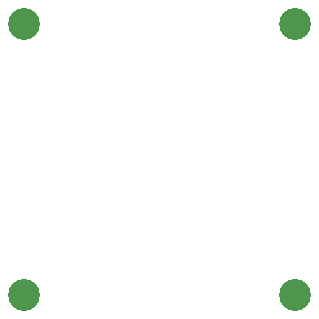
<source format=gbr>
%TF.GenerationSoftware,KiCad,Pcbnew,(7.0.0)*%
%TF.CreationDate,2023-03-22T16:08:00+00:00*%
%TF.ProjectId,B3LPD,42334c50-442e-46b6-9963-61645f706362,rev?*%
%TF.SameCoordinates,Original*%
%TF.FileFunction,Soldermask,Bot*%
%TF.FilePolarity,Negative*%
%FSLAX46Y46*%
G04 Gerber Fmt 4.6, Leading zero omitted, Abs format (unit mm)*
G04 Created by KiCad (PCBNEW (7.0.0)) date 2023-03-22 16:08:00*
%MOMM*%
%LPD*%
G01*
G04 APERTURE LIST*
%ADD10C,2.700000*%
G04 APERTURE END LIST*
D10*
%TO.C,H1*%
X96200000Y-78300000D03*
%TD*%
%TO.C,H3*%
X96200000Y-101300000D03*
%TD*%
%TO.C,H2*%
X119200000Y-78300000D03*
%TD*%
%TO.C,H4*%
X119200000Y-101300000D03*
%TD*%
M02*

</source>
